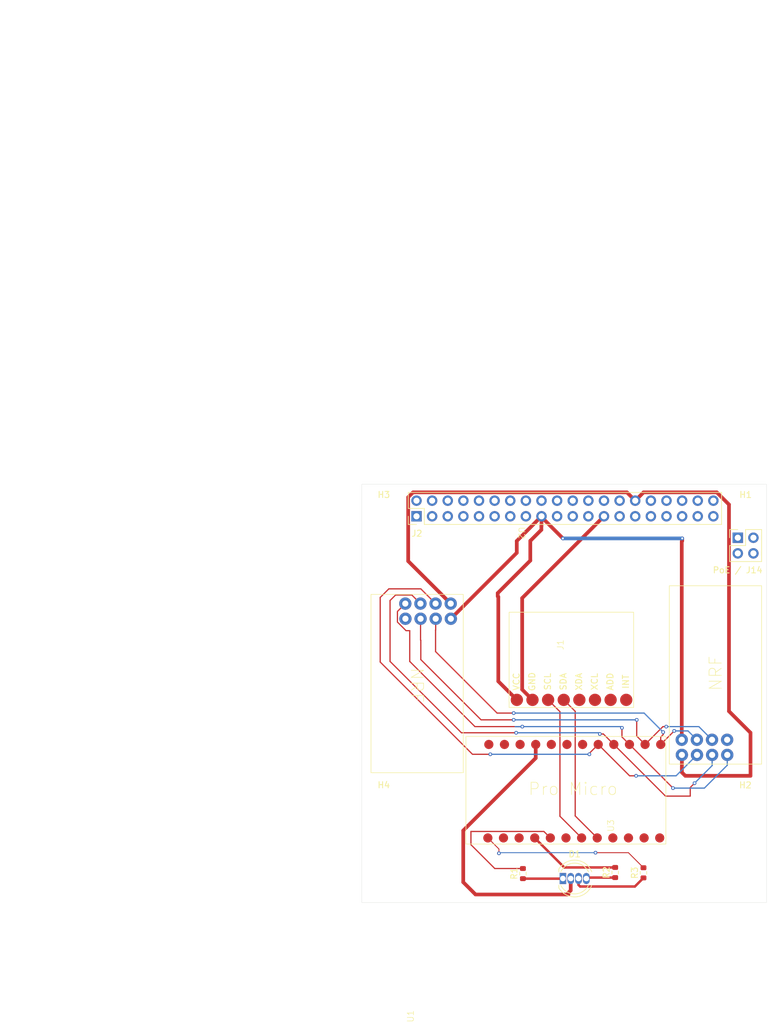
<source format=kicad_pcb>
(kicad_pcb (version 20240108) (generator "pcbnew") (generator_version "8.0")
  (title_block (rev "1"))
  (layers (0 "F.Cu" signal "Front") (1 "In1.Cu" signal) (2 "In2.Cu" signal) (31 "B.Cu" signal "Back") (34 "B.Paste" user) (35 "F.Paste" user) (36 "B.SilkS" user "B.Silkscreen") (37 "F.SilkS" user "F.Silkscreen") (38 "B.Mask" user) (39 "F.Mask" user) (44 "Edge.Cuts" user))
  (net 0 "")
  (net 1 "GND")
  (net 2 "+3.3V")
  (net 40 "GND2")
  (net 41 "Net-(D1-GK)")
  (net 42 "Net-(D1-BK)")
  (net 43 "Net-(D1-RK)")
  (net 44 "LED_PWR")
  (net 46 "SCL")
  (net 47 "SDA")
  (net 51 "LED_R")
  (net 52 "LED_G")
  (net 53 "LED_B")
  (net 56 "MOSI")
  (net 57 "SCK")
  (net 58 "CSN")
  (net 64 "CE")
  (net 67 "MISO")
  (footprint "Pin_Headers:Pin_Header_Straight_2x02_Pitch2.54mm" (layer "F.Cu") (at 175.65 79.8)
    (property "Reference" "PoE / J14" (at -0.02 5.26 0) (layer "F.SilkS"))
    (property "Value" "Pin_Header_Straight_2x02_Pitch2.54mm" (hide yes))
    (fp_line (start -1.33 -1.33) (end 0 -1.33) (stroke (width 0.12)) (layer "F.SilkS"))
    (fp_line (start -1.33 0) (end -1.33 -1.33) (stroke (width 0.12)) (layer "F.SilkS"))
    (fp_line (start -1.33 1.27) (end -1.33 3.87) (stroke (width 0.12)) (layer "F.SilkS"))
    (fp_line (start -1.33 1.27) (end 1.27 1.27) (stroke (width 0.12)) (layer "F.SilkS"))
    (fp_line (start -1.33 3.87) (end 3.87 3.87) (stroke (width 0.12)) (layer "F.SilkS"))
    (fp_line (start 1.27 -1.33) (end 3.87 -1.33) (stroke (width 0.12)) (layer "F.SilkS"))
    (fp_line (start 1.27 1.27) (end 1.27 -1.33) (stroke (width 0.12)) (layer "F.SilkS"))
    (fp_line (start 3.87 -1.33) (end 3.87 3.87) (stroke (width 0.12)) (layer "F.SilkS"))
    (pad "1" thru_hole rect (at 0 0) (size 1.7 1.7) (drill 1) (layers "*.Cu" "*.Mask"))
    (pad "2" thru_hole oval (at 2.54 0) (size 1.7 1.7) (drill 1) (layers "*.Cu" "*.Mask"))
    (pad "3" thru_hole oval (at 0 2.54) (size 1.7 1.7) (drill 1) (layers "*.Cu" "*.Mask"))
    (pad "4" thru_hole oval (at 2.54 2.54) (size 1.7 1.7) (drill 1) (layers "*.Cu" "*.Mask"))
  )
  (footprint "MountingHole:MountingHole_2.7mm" (layer "F.Cu") (at 118.11 74.93)
    (property "Reference" "H3" (at 0 -2.12 0) (layer "F.SilkS"))
    (property "Value" "MountingHole")
    (pad "" np_thru_hole circle (at 0 0) (size 2.7 2.7) (drill 2.7) (layers "*.Cu" "*.Mask"))
  )
  (footprint "Resistor_SMD:R_0603_1608Metric" (layer "F.Cu") (at 155.72 134.235 90)
    (property "Reference" "R2" (at 0 -1.43 -90) (layer "F.SilkS"))
    (property "Value" "220")
    (fp_line (start -0.237258 -0.5225) (end 0.237258 -0.5225) (stroke (width 0.12)) (layer "F.SilkS"))
    (fp_line (start -0.237258 0.5225) (end 0.237258 0.5225) (stroke (width 0.12)) (layer "F.SilkS"))
    (pad "1" smd roundrect (at -0.825 0 90) (size 0.8 0.95) (layers "F.Cu" "F.Paste" "F.Mask") (net 41 "Net-(D1-GK)"))
    (pad "2" smd roundrect (at 0.825 0 90) (size 0.8 0.95) (layers "F.Cu" "F.Paste" "F.Mask") (net 52 "LED_G"))
  )
  (footprint "Resistor_SMD:R_0603_1608Metric" (layer "F.Cu") (at 160.32 134.285 90)
    (property "Reference" "R3" (at 0 -1.43 -90) (layer "F.SilkS"))
    (property "Value" "220")
    (fp_line (start -0.237258 -0.5225) (end 0.237258 -0.5225) (stroke (width 0.12)) (layer "F.SilkS"))
    (fp_line (start -0.237258 0.5225) (end 0.237258 0.5225) (stroke (width 0.12)) (layer "F.SilkS"))
    (pad "1" smd roundrect (at -0.825 0 90) (size 0.8 0.95) (layers "F.Cu" "F.Paste" "F.Mask") (net 42 "Net-(D1-BK)"))
    (pad "2" smd roundrect (at 0.825 0 90) (size 0.8 0.95) (layers "F.Cu" "F.Paste" "F.Mask") (net 53 "LED_B"))
  )
  (footprint "Arduino:nRF24L01" (layer "F.Cu") (at 140.02 79.01 -90)
    (property "Reference" "U2" (at 0 -0.5 -90) (layer "F.SilkS") (effects (font (thickness 0.1))))
    (property "Value" "~")
    (fp_rect (start 10 9) (end 39 24) (stroke (width 0.1)) (fill none) (layer "F.SilkS"))
    (fp_text user "NRF" (at 21.8 17.7 -90) (layer "F.SilkS") (effects (font (size 2 2) (thickness 0.1)) (justify left bottom)))
    (pad "1" thru_hole circle (at 11.5 11.04 270) (size 2 2) (drill 1) (layers "*.Cu" "*.Mask") (net 40 "GND2"))
    (pad "2" thru_hole circle (at 11.5 13.5 270) (size 2 2) (drill 1) (layers "*.Cu" "*.Mask") (net 64 "CE"))
    (pad "3" thru_hole circle (at 11.5 15.96 270) (size 2 2) (drill 1) (layers "*.Cu" "*.Mask") (net 57 "SCK"))
    (pad "4" thru_hole circle (at 11.5 18.42 270) (size 2 2) (drill 1) (layers "*.Cu" "*.Mask") (net 67 "MISO"))
    (pad "5" thru_hole circle (at 13.96 11.02 270) (size 2 2) (drill 1) (layers "*.Cu" "*.Mask") (net 2 "+3.3V"))
    (pad "6" thru_hole circle (at 13.96 13.48 270) (size 2 2) (drill 1) (layers "*.Cu" "*.Mask") (net 58 "CSN"))
    (pad "7" thru_hole circle (at 13.96 15.94 270) (size 2 2) (drill 1) (layers "*.Cu" "*.Mask") (net 56 "MOSI"))
    (pad "8" thru_hole circle (at 13.96 18.4 270) (size 2 2) (drill 1) (layers "*.Cu" "*.Mask"))
  )
  (footprint "Arduino:nRF24L01" (layer "F.Cu") (at 155.52 126.61 90)
    (property "Reference" "U3" (at 0 -0.5 90) (layer "F.SilkS") (effects (font (thickness 0.1))))
    (property "Value" "~")
    (fp_rect (start 10 9) (end 39 24) (stroke (width 0.1)) (fill none) (layer "F.SilkS"))
    (fp_text user "NRF" (at 21.8 17.7 90) (layer "F.SilkS") (effects (font (size 2 2) (thickness 0.1)) (justify left bottom)))
    (pad "1" thru_hole circle (at 11.5 11.04 90) (size 2 2) (drill 1) (layers "*.Cu" "*.Mask") (net 40 "GND2"))
    (pad "2" thru_hole circle (at 11.5 13.5 90) (size 2 2) (drill 1) (layers "*.Cu" "*.Mask") (net 64 "CE"))
    (pad "3" thru_hole circle (at 11.5 15.96 90) (size 2 2) (drill 1) (layers "*.Cu" "*.Mask") (net 57 "SCK"))
    (pad "4" thru_hole circle (at 11.5 18.42 90) (size 2 2) (drill 1) (layers "*.Cu" "*.Mask") (net 67 "MISO"))
    (pad "5" thru_hole circle (at 13.96 11.02 90) (size 2 2) (drill 1) (layers "*.Cu" "*.Mask") (net 2 "+3.3V"))
    (pad "6" thru_hole circle (at 13.96 13.48 90) (size 2 2) (drill 1) (layers "*.Cu" "*.Mask") (net 58 "CSN"))
    (pad "7" thru_hole circle (at 13.96 15.94 90) (size 2 2) (drill 1) (layers "*.Cu" "*.Mask") (net 56 "MOSI"))
    (pad "8" thru_hole circle (at 13.96 18.4 90) (size 2 2) (drill 1) (layers "*.Cu" "*.Mask"))
  )
  (footprint "LED_THT:LED_D5.0mm-4_RGB" (layer "F.Cu") (at 147.22 135.21)
    (property "Reference" "D1" (at 1.905 -3.96 0) (layer "F.SilkS"))
    (property "Value" "LED_RABG")
    (fp_line (start -0.655 -1.545) (end -0.655 -1.08) (stroke (width 0.12)) (layer "F.SilkS"))
    (fp_line (start -0.655 1.08) (end -0.655 1.545) (stroke (width 0.12)) (layer "F.SilkS"))
    (fp_arc (start -0.655 -1.54483) (mid 2.163456 -2.978809) (end 4.692815 -1.080827) (stroke (width 0.12)) (layer "F.SilkS"))
    (fp_arc (start -0.349684 -1.08) (mid 1.904762 -2.5) (end 4.159479 -1.080429) (stroke (width 0.12)) (layer "F.SilkS"))
    (fp_arc (start 4.159479 1.080429) (mid 1.904762 2.5) (end -0.349684 1.08) (stroke (width 0.12)) (layer "F.SilkS"))
    (fp_arc (start 4.692815 1.080827) (mid 2.163456 2.978808) (end -0.655 1.54483) (stroke (width 0.12)) (layer "F.SilkS"))
    (pad "1" thru_hole rect (at 0 0) (size 1.07 1.8) (drill 0.9) (layers "*.Cu" "*.Mask") (net 43 "Net-(D1-RK)"))
    (pad "2" thru_hole oval (at 1.27 0) (size 1.07 1.8) (drill 0.9) (layers "*.Cu" "*.Mask") (net 44 "LED_PWR"))
    (pad "3" thru_hole oval (at 2.54 0) (size 1.07 1.8) (drill 0.9) (layers "*.Cu" "*.Mask") (net 42 "Net-(D1-BK)"))
    (pad "4" thru_hole oval (at 3.81 0) (size 1.07 1.8) (drill 0.9) (layers "*.Cu" "*.Mask") (net 41 "Net-(D1-GK)"))
  )
  (footprint "Resistor_SMD:R_0603_1608Metric" (layer "F.Cu") (at 140.72 134.41 90)
    (property "Reference" "R1" (at 0 -1.43 -90) (layer "F.SilkS"))
    (property "Value" "220")
    (fp_line (start -0.237258 -0.5225) (end 0.237258 -0.5225) (stroke (width 0.12)) (layer "F.SilkS"))
    (fp_line (start -0.237258 0.5225) (end 0.237258 0.5225) (stroke (width 0.12)) (layer "F.SilkS"))
    (pad "1" smd roundrect (at -0.825 0 90) (size 0.8 0.95) (layers "F.Cu" "F.Paste" "F.Mask") (net 43 "Net-(D1-RK)"))
    (pad "2" smd roundrect (at 0.825 0 90) (size 0.8 0.95) (layers "F.Cu" "F.Paste" "F.Mask") (net 51 "LED_R"))
  )
  (footprint "Arduino:Pro Micro" (layer "F.Cu") (at 122.96 157.61 90)
    (property "Reference" "U1" (at 0 -0.5 90) (layer "F.SilkS") (effects (font (thickness 0.1))))
    (property "Value" "~")
    (fp_rect (start 28 8.5) (end 45.5 41) (stroke (width 0.1)) (fill none) (layer "F.SilkS"))
    (fp_text user "Pro Micro" (at 35.8 18.55 0) (layer "F.SilkS") (effects (font (size 2 2) (thickness 0.1)) (justify left bottom)))
    (pad "1" smd circle (at 29 40 90) (size 1.5 1.5) (layers "F.Cu" "F.Paste" "F.Mask"))
    (pad "2" smd circle (at 29 37.46 90) (size 1.5 1.5) (layers "F.Cu" "F.Paste" "F.Mask"))
    (pad "3" smd circle (at 29 34.92 90) (size 1.5 1.5) (layers "F.Cu" "F.Paste" "F.Mask"))
    (pad "4" smd circle (at 29 32.38 90) (size 1.5 1.5) (layers "F.Cu" "F.Paste" "F.Mask"))
    (pad "5" smd circle (at 29 29.84 90) (size 1.5 1.5) (layers "F.Cu" "F.Paste" "F.Mask") (net 47 "SDA"))
    (pad "6" smd circle (at 29 27.3 90) (size 1.5 1.5) (layers "F.Cu" "F.Paste" "F.Mask") (net 46 "SCL"))
    (pad "7" smd circle (at 29 24.76 90) (size 1.5 1.5) (layers "F.Cu" "F.Paste" "F.Mask"))
    (pad "8" smd circle (at 29 22.22 90) (size 1.5 1.5) (layers "F.Cu" "F.Paste" "F.Mask") (net 51 "LED_R"))
    (pad "9" smd circle (at 29 19.68 90) (size 1.5 1.5) (layers "F.Cu" "F.Paste" "F.Mask") (net 52 "LED_G"))
    (pad "10" smd circle (at 29 17.14 90) (size 1.5 1.5) (layers "F.Cu" "F.Paste" "F.Mask"))
    (pad "11" smd circle (at 29 14.6 90) (size 1.5 1.5) (layers "F.Cu" "F.Paste" "F.Mask"))
    (pad "12" smd circle (at 29 12.06 90) (size 1.5 1.5) (layers "F.Cu" "F.Paste" "F.Mask") (net 53 "LED_B"))
    (pad "13" smd circle (at 44.2 12.22 90) (size 1.5 1.5) (layers "F.Cu" "F.Paste" "F.Mask"))
    (pad "14" smd circle (at 44.2 14.76 90) (size 1.5 1.5) (layers "F.Cu" "F.Paste" "F.Mask"))
    (pad "15" smd circle (at 44.2 17.3 90) (size 1.5 1.5) (layers "F.Cu" "F.Paste" "F.Mask"))
    (pad "16" smd circle (at 44.2 19.84 90) (size 1.5 1.5) (layers "F.Cu" "F.Paste" "F.Mask") (net 44 "LED_PWR"))
    (pad "17" smd circle (at 44.2 22.38 90) (size 1.5 1.5) (layers "F.Cu" "F.Paste" "F.Mask"))
    (pad "18" smd circle (at 44.2 24.92 90) (size 1.5 1.5) (layers "F.Cu" "F.Paste" "F.Mask"))
    (pad "19" smd circle (at 44.2 27.46 90) (size 1.5 1.5) (layers "F.Cu" "F.Paste" "F.Mask"))
    (pad "20" smd circle (at 44.2 30 90) (size 1.5 1.5) (layers "F.Cu" "F.Paste" "F.Mask") (net 64 "CE"))
    (pad "21" smd circle (at 44.2 32.54 90) (size 1.5 1.5) (layers "F.Cu" "F.Paste" "F.Mask") (net 57 "SCK"))
    (pad "22" smd circle (at 44.2 35.08 90) (size 1.5 1.5) (layers "F.Cu" "F.Paste" "F.Mask") (net 67 "MISO"))
    (pad "23" smd circle (at 44.2 37.62 90) (size 1.5 1.5) (layers "F.Cu" "F.Paste" "F.Mask") (net 56 "MOSI"))
    (pad "24" smd circle (at 44.2 40.16 90) (size 1.5 1.5) (layers "F.Cu" "F.Paste" "F.Mask") (net 58 "CSN"))
  )
  (footprint "MountingHole:MountingHole_2.7mm" (layer "F.Cu") (at 176.88 123.73)
    (property "Reference" "H2" (at 0 -3.7 0) (layer "F.SilkS"))
    (property "Value" "MountingHole")
    (pad "" np_thru_hole circle (at 0 0) (size 2.7 2.7) (drill 2.7) (layers "*.Cu" "*.Mask"))
  )
  (footprint "MountingHole:MountingHole_2.7mm" (layer "F.Cu") (at 176.89 74.94)
    (property "Reference" "H1" (at 0.03 -2.13 0) (layer "F.SilkS"))
    (property "Value" "MountingHole")
    (pad "" np_thru_hole circle (at 0 0) (size 2.7 2.7) (drill 2.7) (layers "*.Cu" "*.Mask"))
  )
  (footprint "MountingHole:MountingHole_2.7mm" (layer "F.Cu") (at 118.1 123.71)
    (property "Reference" "H4" (at 0 -3.7 0) (layer "F.SilkS"))
    (property "Value" "MountingHole")
    (pad "" np_thru_hole circle (at 0 0) (size 2.7 2.7) (drill 2.7) (layers "*.Cu" "*.Mask"))
  )
  (footprint "Arduino:Pin_Header_Straight_2x20_Pitch2.54mm" (layer "F.Cu") (at 123.42 76.31 90)
    (property "Reference" "J2" (at -2.8 0.07 0) (layer "F.SilkS"))
    (property "Value" "Conn_02x20_Odd_Even")
    (fp_line (start 3.87 -1.33) (end 3.87 49.59) (stroke (width 0.12)) (layer "F.SilkS"))
    (fp_line (start 1.27 -1.33) (end 3.87 -1.33) (stroke (width 0.12)) (layer "F.SilkS"))
    (fp_line (start -1.33 -1.33) (end 0 -1.33) (stroke (width 0.12)) (layer "F.SilkS"))
    (fp_line (start -1.33 0) (end -1.33 -1.33) (stroke (width 0.12)) (layer "F.SilkS"))
    (fp_line (start 1.27 1.27) (end 1.27 -1.33) (stroke (width 0.12)) (layer "F.SilkS"))
    (fp_line (start -1.33 1.27) (end 1.27 1.27) (stroke (width 0.12)) (layer "F.SilkS"))
    (fp_line (start -1.33 1.27) (end -1.33 49.59) (stroke (width 0.12)) (layer "F.SilkS"))
    (fp_line (start -1.33 49.59) (end 3.87 49.59) (stroke (width 0.12)) (layer "F.SilkS"))
    (pad "1" thru_hole rect (at 0 0 90) (size 1.7 1.7) (drill 1) (layers "*.Cu" "*.Mask"))
    (pad "2" thru_hole oval (at 2.54 0 90) (size 1.7 1.7) (drill 1) (layers "*.Cu" "*.Mask"))
    (pad "3" thru_hole oval (at 0 2.54 90) (size 1.7 1.7) (drill 1) (layers "*.Cu" "*.Mask"))
    (pad "4" thru_hole oval (at 2.54 2.54 90) (size 1.7 1.7) (drill 1) (layers "*.Cu" "*.Mask"))
    (pad "5" thru_hole oval (at 0 5.08 90) (size 1.7 1.7) (drill 1) (layers "*.Cu" "*.Mask"))
    (pad "6" thru_hole oval (at 2.54 5.08 90) (size 1.7 1.7) (drill 1) (layers "*.Cu" "*.Mask"))
    (pad "7" thru_hole oval (at 0 7.62 90) (size 1.7 1.7) (drill 1) (layers "*.Cu" "*.Mask"))
    (pad "8" thru_hole oval (at 2.54 7.62 90) (size 1.7 1.7) (drill 1) (layers "*.Cu" "*.Mask"))
    (pad "9" thru_hole oval (at 0 10.16 90) (size 1.7 1.7) (drill 1) (layers "*.Cu" "*.Mask"))
    (pad "10" thru_hole oval (at 2.54 10.16 90) (size 1.7 1.7) (drill 1) (layers "*.Cu" "*.Mask"))
    (pad "11" thru_hole oval (at 0 12.7 90) (size 1.7 1.7) (drill 1) (layers "*.Cu" "*.Mask"))
    (pad "12" thru_hole oval (at 2.54 12.7 90) (size 1.7 1.7) (drill 1) (layers "*.Cu" "*.Mask"))
    (pad "13" thru_hole oval (at 0 15.24 90) (size 1.7 1.7) (drill 1) (layers "*.Cu" "*.Mask"))
    (pad "14" thru_hole oval (at 2.54 15.24 90) (size 1.7 1.7) (drill 1) (layers "*.Cu" "*.Mask"))
    (pad "15" thru_hole oval (at 0 17.78 90) (size 1.7 1.7) (drill 1) (layers "*.Cu" "*.Mask"))
    (pad "16" thru_hole oval (at 2.54 17.78 90) (size 1.7 1.7) (drill 1) (layers "*.Cu" "*.Mask"))
    (pad "17" thru_hole oval (at 0 20.32 90) (size 1.7 1.7) (drill 1) (layers "*.Cu" "*.Mask") (net 2 "+3.3V"))
    (pad "18" thru_hole oval (at 2.54 20.32 90) (size 1.7 1.7) (drill 1) (layers "*.Cu" "*.Mask"))
    (pad "19" thru_hole oval (at 0 22.86 90) (size 1.7 1.7) (drill 1) (layers "*.Cu" "*.Mask"))
    (pad "20" thru_hole oval (at 2.54 22.86 90) (size 1.7 1.7) (drill 1) (layers "*.Cu" "*.Mask"))
    (pad "21" thru_hole oval (at 0 25.4 90) (size 1.7 1.7) (drill 1) (layers "*.Cu" "*.Mask"))
    (pad "22" thru_hole oval (at 2.54 25.4 90) (size 1.7 1.7) (drill 1) (layers "*.Cu" "*.Mask"))
    (pad "23" thru_hole oval (at 0 27.94 90) (size 1.7 1.7) (drill 1) (layers "*.Cu" "*.Mask"))
    (pad "24" thru_hole oval (at 2.54 27.94 90) (size 1.7 1.7) (drill 1) (layers "*.Cu" "*.Mask"))
    (pad "25" thru_hole oval (at 0 30.48 90) (size 1.7 1.7) (drill 1) (layers "*.Cu" "*.Mask") (net 1 "GND"))
    (pad "26" thru_hole oval (at 2.54 30.48 90) (size 1.7 1.7) (drill 1) (layers "*.Cu" "*.Mask"))
    (pad "27" thru_hole oval (at 0 33.02 90) (size 1.7 1.7) (drill 1) (layers "*.Cu" "*.Mask"))
    (pad "28" thru_hole oval (at 2.54 33.02 90) (size 1.7 1.7) (drill 1) (layers "*.Cu" "*.Mask"))
    (pad "29" thru_hole oval (at 0 35.56 90) (size 1.7 1.7) (drill 1) (layers "*.Cu" "*.Mask"))
    (pad "30" thru_hole oval (at 2.54 35.56 90) (size 1.7 1.7) (drill 1) (layers "*.Cu" "*.Mask") (net 40 "GND2"))
    (pad "31" thru_hole oval (at 0 38.1 90) (size 1.7 1.7) (drill 1) (layers "*.Cu" "*.Mask"))
    (pad "32" thru_hole oval (at 2.54 38.1 90) (size 1.7 1.7) (drill 1) (layers "*.Cu" "*.Mask"))
    (pad "33" thru_hole oval (at 0 40.64 90) (size 1.7 1.7) (drill 1) (layers "*.Cu" "*.Mask"))
    (pad "34" thru_hole oval (at 2.54 40.64 90) (size 1.7 1.7) (drill 1) (layers "*.Cu" "*.Mask"))
    (pad "35" thru_hole oval (at 0 43.18 90) (size 1.7 1.7) (drill 1) (layers "*.Cu" "*.Mask"))
    (pad "36" thru_hole oval (at 2.54 43.18 90) (size 1.7 1.7) (drill 1) (layers "*.Cu" "*.Mask"))
    (pad "37" thru_hole oval (at 0 45.72 90) (size 1.7 1.7) (drill 1) (layers "*.Cu" "*.Mask"))
    (pad "38" thru_hole oval (at 2.54 45.72 90) (size 1.7 1.7) (drill 1) (layers "*.Cu" "*.Mask"))
    (pad "39" thru_hole oval (at 0 48.26 90) (size 1.7 1.7) (drill 1) (layers "*.Cu" "*.Mask"))
    (pad "40" thru_hole oval (at 2.54 48.26 90) (size 1.7 1.7) (drill 1) (layers "*.Cu" "*.Mask"))
  )
  (footprint "Arduino:MPU6050" (layer "F.Cu") (at 147.32 97.21 90)
    (property "Reference" "J1" (at 0 -0.5 90) (layer "F.SilkS") (effects (font (thickness 0.1))))
    (property "Value" "MPU6050")
    (fp_rect (start -10.2 -8.85) (end 5.3 11.4) (stroke (width 0.1)) (fill none) (layer "F.SilkS"))
    (fp_text user "INT" (at -5.99 10.125 -90) (layer "F.SilkS"))
    (fp_text user "GND" (at -5.99 -5.115 -90) (layer "F.SilkS"))
    (fp_text user "VCC" (at -5.99 -7.655 -90) (layer "F.SilkS"))
    (fp_text user "SDA" (at -5.99 -0.035 -90) (layer "F.SilkS"))
    (fp_text user "XCL" (at -5.99 5.045 -90) (layer "F.SilkS"))
    (fp_text user "SCL" (at -5.99 -2.575 -90) (layer "F.SilkS"))
    (fp_text user "XDA" (at -5.99 2.505 -90) (layer "F.SilkS"))
    (fp_text user "ADD" (at -5.99 7.585 -90) (layer "F.SilkS"))
    (pad "1" smd circle (at -8.95 -7.585 270) (size 2 2) (layers "F.Cu" "F.Paste" "F.Mask") (net 2 "+3.3V"))
    (pad "2" smd circle (at -8.95 -5.045 270) (size 2 2) (layers "F.Cu" "F.Paste" "F.Mask") (net 1 "GND"))
    (pad "3" smd circle (at -8.95 -2.505 270) (size 2 2) (layers "F.Cu" "F.Paste" "F.Mask") (net 46 "SCL"))
    (pad "4" smd circle (at -8.95 0.035 270) (size 2 2) (layers "F.Cu" "F.Paste" "F.Mask") (net 47 "SDA"))
    (pad "5" smd circle (at -8.95 2.575 270) (size 2 2) (layers "F.Cu" "F.Paste" "F.Mask"))
    (pad "6" smd circle (at -8.95 5.115 270) (size 2 2) (layers "F.Cu" "F.Paste" "F.Mask"))
    (pad "7" smd circle (at -8.95 7.655 270) (size 2 2) (layers "F.Cu" "F.Paste" "F.Mask"))
    (pad "8" smd circle (at -8.95 10.195 270) (size 2 2) (layers "F.Cu" "F.Paste" "F.Mask"))
  )
  (gr_rect (start 114.52 71.11) (end 180.32 139.11) (stroke (width 0.0381)) (fill none) (layer "Edge.Cuts"))
  (segment (start 140.6 89.61) (end 140.6 104.485) (width 0.6) (layer "F.Cu") (net 1))
  (segment (start 140.6 104.485) (end 142.275 106.16) (width 0.6) (layer "F.Cu") (net 1))
  (segment (start 153.9 76.31) (end 140.6 89.61) (width 0.6) (layer "F.Cu") (net 1))
  (segment (start 136.62 89.31) (end 136.62 88.81) (width 0.6) (layer "F.Cu") (net 2))
  (segment (start 129 92.97) (end 139.72 82.25) (width 0.6) (layer "F.Cu") (net 2))
  (segment (start 139.72 82.25) (end 139.72 80.33) (width 0.6) (layer "F.Cu") (net 2))
  (segment (start 166.62 80.31) (end 166.54 80.39) (width 0.6) (layer "F.Cu") (net 2))
  (segment (start 143.74 76.31) (end 143.74 76.63) (width 0.6) (layer "F.Cu") (net 2))
  (segment (start 143.72 78.51) (end 143.72 77.91) (width 0.6) (layer "F.Cu") (net 2))
  (segment (start 143.72 77.91) (end 143.74 77.89) (width 0.6) (layer "F.Cu") (net 2))
  (segment (start 139.72 80.33) (end 143.74 76.31) (width 0.6) (layer "F.Cu") (net 2))
  (segment (start 143.74 76.43) (end 147.22 79.91) (width 0.6) (layer "F.Cu") (net 2))
  (segment (start 141.92 83.51) (end 141.92 80.31) (width 0.6) (layer "F.Cu") (net 2))
  (segment (start 166.62 79.91) (end 166.62 80.31) (width 0.6) (layer "F.Cu") (net 2))
  (segment (start 136.62 88.81) (end 141.92 83.51) (width 0.6) (layer "F.Cu") (net 2))
  (segment (start 143.74 76.31) (end 143.74 76.43) (width 0.6) (layer "F.Cu") (net 2))
  (segment (start 136.72 89.41) (end 136.62 89.31) (width 0.6) (layer "F.Cu") (net 2))
  (segment (start 143.74 77.89) (end 143.74 76.31) (width 0.6) (layer "F.Cu") (net 2))
  (segment (start 136.72 103.145) (end 136.72 89.41) (width 0.6) (layer "F.Cu") (net 2))
  (segment (start 166.54 80.39) (end 166.54 112.65) (width 0.6) (layer "F.Cu") (net 2))
  (segment (start 139.735 106.16) (end 136.72 103.145) (width 0.6) (layer "F.Cu") (net 2))
  (segment (start 141.92 80.31) (end 143.72 78.51) (width 0.6) (layer "F.Cu") (net 2))
  (via (at 166.62 79.91) (size 0.6) (drill 0.3) (layers "F.Cu" "B.Cu") (net 2))
  (via (at 147.22 79.91) (size 0.6) (drill 0.3) (layers "F.Cu" "B.Cu") (net 2))
  (segment (start 147.22 79.91) (end 166.62 79.91) (width 0.6) (layer "B.Cu") (net 2))
  (segment (start 122.07 73.210811) (end 122.07 83.6) (width 0.6) (layer "F.Cu") (net 40))
  (segment (start 174.22 74.400811) (end 174.22 108.01) (width 0.6) (layer "F.Cu") (net 40))
  (segment (start 172.239189 72.42) (end 174.22 74.400811) (width 0.6) (layer "F.Cu") (net 40))
  (segment (start 158.98 73.77) (end 157.63 72.42) (width 0.6) (layer "F.Cu") (net 40))
  (segment (start 166.56 117.95) (end 166.56 115.11) (width 0.6) (layer "F.Cu") (net 40))
  (segment (start 158.98 73.77) (end 160.33 72.42) (width 0.6) (layer "F.Cu") (net 40))
  (segment (start 157.63 72.42) (end 122.860811 72.42) (width 0.6) (layer "F.Cu") (net 40))
  (segment (start 177.72 111.51) (end 177.72 118.51) (width 0.6) (layer "F.Cu") (net 40))
  (segment (start 177.72 118.51) (end 167.12 118.51) (width 0.6) (layer "F.Cu") (net 40))
  (segment (start 122.860811 72.42) (end 122.07 73.210811) (width 0.6) (layer "F.Cu") (net 40))
  (segment (start 167.12 118.51) (end 166.56 117.95) (width 0.6) (layer "F.Cu") (net 40))
  (segment (start 160.33 72.42) (end 172.239189 72.42) (width 0.6) (layer "F.Cu") (net 40))
  (segment (start 122.07 83.6) (end 128.98 90.51) (width 0.6) (layer "F.Cu") (net 40))
  (segment (start 174.22 108.01) (end 177.72 111.51) (width 0.6) (layer "F.Cu") (net 40))
  (segment (start 151.18 135.06) (end 151.03 135.21) (width 0.4) (layer "F.Cu") (net 41))
  (segment (start 151.03 135.21) (end 151.03 135.575) (width 0.15) (layer "F.Cu") (net 41))
  (segment (start 155.72 135.06) (end 151.18 135.06) (width 0.4) (layer "F.Cu") (net 41))
  (segment (start 150.02 136.51) (end 149.76 136.25) (width 0.4) (layer "F.Cu") (net 42))
  (segment (start 160.32 135.11) (end 158.92 136.51) (width 0.4) (layer "F.Cu") (net 42))
  (segment (start 149.76 136.25) (end 149.76 135.21) (width 0.4) (layer "F.Cu") (net 42))
  (segment (start 158.92 136.51) (end 150.02 136.51) (width 0.4) (layer "F.Cu") (net 42))
  (segment (start 147.195 135.235) (end 147.22 135.21) (width 0.4) (layer "F.Cu") (net 43))
  (segment (start 140.72 135.235) (end 147.195 135.235) (width 0.4) (layer "F.Cu") (net 43))
  (segment (start 131.02 135.81) (end 133.02 137.81) (width 0.6) (layer "F.Cu") (net 44))
  (segment (start 148.12 137.81) (end 148.12 137.51) (width 0.6) (layer "F.Cu") (net 44))
  (segment (start 148.12 137.51) (end 148.49 137.14) (width 0.6) (layer "F.Cu") (net 44))
  (segment (start 133.02 137.81) (end 148.12 137.81) (width 0.6) (layer "F.Cu") (net 44))
  (segment (start 131.02 127.41) (end 131.02 135.81) (width 0.6) (layer "F.Cu") (net 44))
  (segment (start 131.02 127.41) (end 142.8 115.63) (width 0.6) (layer "F.Cu") (net 44))
  (segment (start 148.49 137.14) (end 148.49 135.21) (width 0.6) (layer "F.Cu") (net 44))
  (segment (start 142.8 115.63) (end 142.8 113.41) (width 0.6) (layer "F.Cu") (net 44))
  (segment (start 146.74 108.085) (end 146.74 125.09) (width 0.2) (layer "F.Cu") (net 46))
  (segment (start 146.74 125.09) (end 150.26 128.61) (width 0.2) (layer "F.Cu") (net 46))
  (segment (start 144.815 106.16) (end 146.74 108.085) (width 0.2) (layer "F.Cu") (net 46))
  (segment (start 149.22 108.025) (end 147.355 106.16) (width 0.2) (layer "F.Cu") (net 47))
  (segment (start 152.8 128.61) (end 149.22 125.03) (width 0.2) (layer "F.Cu") (net 47))
  (segment (start 149.22 125.03) (end 149.22 108.025) (width 0.2) (layer "F.Cu") (net 47))
  (segment (start 144.13 127.56) (end 132.27 127.56) (width 0.2) (layer "F.Cu") (net 51))
  (segment (start 132.27 127.56) (end 132.27 129.71) (width 0.2) (layer "F.Cu") (net 51))
  (segment (start 132.27 129.71) (end 136.145 133.585) (width 0.2) (layer "F.Cu") (net 51))
  (segment (start 136.145 133.585) (end 140.72 133.585) (width 0.2) (layer "F.Cu") (net 51))
  (segment (start 145.18 128.61) (end 144.13 127.56) (width 0.2) (layer "F.Cu") (net 51))
  (segment (start 155.72 133.41) (end 147.44 133.41) (width 0.4) (layer "F.Cu") (net 52))
  (segment (start 147.44 133.41) (end 142.64 128.61) (width 0.4) (layer "F.Cu") (net 52))
  (segment (start 136.82 130.41) (end 135.02 128.61) (width 0.15) (layer "F.Cu") (net 53))
  (segment (start 136.82 131.11) (end 136.82 130.41) (width 0.15) (layer "F.Cu") (net 53))
  (segment (start 157.87 131.01) (end 152.52 131.01) (width 0.15) (layer "F.Cu") (net 53))
  (segment (start 160.32 133.46) (end 157.87 131.01) (width 0.15) (layer "F.Cu") (net 53))
  (via (at 152.52 131.01) (size 0.6) (drill 0.3) (layers "F.Cu" "B.Cu") (net 53))
  (via (at 136.82 131.11) (size 0.6) (drill 0.3) (layers "F.Cu" "B.Cu") (net 53))
  (segment (start 136.92 131.01) (end 136.82 131.11) (width 0.15) (layer "B.Cu") (net 53))
  (segment (start 152.52 131.01) (end 136.92 131.01) (width 0.15) (layer "B.Cu") (net 53))
  (segment (start 124.12 96.475686) (end 124.12 99.61) (width 0.2) (layer "F.Cu") (net 56))
  (segment (start 124.08 96.435686) (end 124.12 96.475686) (width 0.2) (layer "F.Cu") (net 56))
  (segment (start 124.12 99.61) (end 133.92 109.41) (width 0.2) (layer "F.Cu") (net 56))
  (segment (start 163.48 110.51) (end 164.02 110.51) (width 0.2) (layer "F.Cu") (net 56))
  (segment (start 160.58 113.41) (end 163.48 110.51) (width 0.2) (layer "F.Cu") (net 56))
  (segment (start 159.22 109.41) (end 159.22 112.05) (width 0.2) (layer "F.Cu") (net 56))
  (segment (start 124.08 92.97) (end 124.08 96.435686) (width 0.2) (layer "F.Cu") (net 56))
  (segment (start 133.92 109.41) (end 139.22 109.41) (width 0.2) (layer "F.Cu") (net 56))
  (segment (start 159.22 112.05) (end 160.58 113.41) (width 0.2) (layer "F.Cu") (net 56))
  (via (at 164.02 110.51) (size 0.6) (drill 0.3) (layers "F.Cu" "B.Cu") (net 56))
  (via (at 159.22 109.41) (size 0.6) (drill 0.3) (layers "F.Cu" "B.Cu") (net 56))
  (via (at 139.22 109.41) (size 0.6) (drill 0.3) (layers "F.Cu" "B.Cu") (net 56))
  (segment (start 164.02 110.51) (end 169.32 110.51) (width 0.2) (layer "B.Cu") (net 56))
  (segment (start 169.32 110.51) (end 171.46 112.65) (width 0.2) (layer "B.Cu") (net 56))
  (segment (start 139.22 109.41) (end 159.22 109.41) (width 0.2) (layer "B.Cu") (net 56))
  (segment (start 153.22 111.71) (end 153.8 111.71) (width 0.2) (layer "F.Cu") (net 57))
  (segment (start 167.92 121.81) (end 167.92 120.41) (width 0.2) (layer "F.Cu") (net 57))
  (segment (start 119.12 99.91) (end 130.72 111.51) (width 0.2) (layer "F.Cu") (net 57))
  (segment (start 153.8 111.71) (end 155.5 113.41) (width 0.2) (layer "F.Cu") (net 57))
  (segment (start 124.06 90.51) (end 122.66 89.11) (width 0.2) (layer "F.Cu") (net 57))
  (segment (start 130.72 111.51) (end 139.62 111.51) (width 0.2) (layer "F.Cu") (net 57))
  (segment (start 119.12 90.01) (end 119.12 99.91) (width 0.2) (layer "F.Cu") (net 57))
  (segment (start 122.66 89.11) (end 120.02 89.11) (width 0.2) (layer "F.Cu") (net 57))
  (segment (start 163.9 121.81) (end 167.92 121.81) (width 0.2) (layer "F.Cu") (net 57))
  (segment (start 155.5 113.41) (end 163.9 121.81) (width 0.2) (layer "F.Cu") (net 57))
  (segment (start 120.02 89.11) (end 119.12 90.01) (width 0.2) (layer "F.Cu") (net 57))
  (segment (start 167.92 120.41) (end 168.62 119.71) (width 0.2) (layer "F.Cu") (net 57))
  (via (at 168.62 119.71) (size 0.6) (drill 0.3) (layers "F.Cu" "B.Cu") (net 57))
  (via (at 153.22 111.71) (size 0.6) (drill 0.3) (layers "F.Cu" "B.Cu") (net 57))
  (via (at 139.62 111.51) (size 0.6) (drill 0.3) (layers "F.Cu" "B.Cu") (net 57))
  (segment (start 153.02 111.51) (end 153.22 111.71) (width 0.2) (layer "B.Cu") (net 57))
  (segment (start 139.62 111.51) (end 153.02 111.51) (width 0.2) (layer "B.Cu") (net 57))
  (segment (start 171.48 116.85) (end 171.48 115.11) (width 0.2) (layer "B.Cu") (net 57))
  (segment (start 168.62 119.71) (end 171.48 116.85) (width 0.2) (layer "B.Cu") (net 57))
  (segment (start 126.52 98.31) (end 136.52 108.31) (width 0.2) (layer "F.Cu") (net 58))
  (segment (start 163.12 112.21) (end 163.12 113.41) (width 0.2) (layer "F.Cu") (net 58))
  (segment (start 136.52 108.31) (end 139.22 108.31) (width 0.2) (layer "F.Cu") (net 58))
  (segment (start 126.52 94.823478) (end 126.52 98.31) (width 0.2) (layer "F.Cu") (net 58))
  (segment (start 163.52 111.81) (end 163.12 112.21) (width 0.2) (layer "F.Cu") (net 58))
  (segment (start 163.52 111.41) (end 163.52 111.81) (width 0.2) (layer "F.Cu") (net 58))
  (segment (start 163.12 113.41) (end 165.32 111.21) (width 0.2) (layer "F.Cu") (net 58))
  (segment (start 126.54 92.97) (end 126.54 94.803478) (width 0.2) (layer "F.Cu") (net 58))
  (segment (start 126.54 94.803478) (end 126.52 94.823478) (width 0.2) (layer "F.Cu") (net 58))
  (via (at 139.22 108.31) (size 0.6) (drill 0.3) (layers "F.Cu" "B.Cu") (net 58))
  (via (at 163.52 111.41) (size 0.6) (drill 0.3) (layers "F.Cu" "B.Cu") (net 58))
  (via (at 165.32 111.21) (size 0.6) (drill 0.3) (layers "F.Cu" "B.Cu") (net 58))
  (segment (start 165.32 111.21) (end 167.56 111.21) (width 0.2) (layer "B.Cu") (net 58))
  (segment (start 139.22 108.31) (end 160.42 108.31) (width 0.2) (layer "B.Cu") (net 58))
  (segment (start 160.42 108.31) (end 163.52 111.41) (width 0.2) (layer "B.Cu") (net 58))
  (segment (start 167.56 111.21) (end 169 112.65) (width 0.2) (layer "B.Cu") (net 58))
  (segment (start 117.52 89.51) (end 117.52 100.01) (width 0.2) (layer "F.Cu") (net 64))
  (segment (start 151.52 114.85) (end 152.96 113.41) (width 0.2) (layer "F.Cu") (net 64))
  (segment (start 126.52 90.51) (end 124.12 88.11) (width 0.2) (layer "F.Cu") (net 64))
  (segment (start 124.12 88.11) (end 118.92 88.11) (width 0.2) (layer "F.Cu") (net 64))
  (segment (start 118.92 88.11) (end 117.52 89.51) (width 0.2) (layer "F.Cu") (net 64))
  (segment (start 152.96 113.41) (end 158.06 118.51) (width 0.2) (layer "F.Cu") (net 64))
  (segment (start 117.52 100.01) (end 132.52 115.01) (width 0.2) (layer "F.Cu") (net 64))
  (segment (start 151.52 115.01) (end 151.52 114.85) (width 0.2) (layer "F.Cu") (net 64))
  (segment (start 158.06 118.51) (end 159.12 118.51) (width 0.2) (layer "F.Cu") (net 64))
  (segment (start 132.52 115.01) (end 135.42 115.01) (width 0.2) (layer "F.Cu") (net 64))
  (via (at 151.52 115.01) (size 0.6) (drill 0.3) (layers "F.Cu" "B.Cu") (net 64))
  (via (at 159.12 118.51) (size 0.6) (drill 0.3) (layers "F.Cu" "B.Cu") (net 64))
  (via (at 135.42 115.01) (size 0.6) (drill 0.3) (layers "F.Cu" "B.Cu") (net 64))
  (segment (start 135.42 115.01) (end 151.52 115.01) (width 0.2) (layer "B.Cu") (net 64))
  (segment (start 165.62 118.51) (end 169.02 115.11) (width 0.2) (layer "B.Cu") (net 64))
  (segment (start 159.12 118.51) (end 165.62 118.51) (width 0.2) (layer "B.Cu") (net 64))
  (segment (start 156.82 112.19) (end 158.04 113.41) (width 0.2) (layer "F.Cu") (net 67))
  (segment (start 120.32 93.508478) (end 121.721522 94.91) (width 0.2) (layer "F.Cu") (net 67))
  (segment (start 122.32 94.91) (end 122.32 99.91) (width 0.2) (layer "F.Cu") (net 67))
  (segment (start 121.6 90.51) (end 120.32 91.79) (width 0.2) (layer "F.Cu") (net 67))
  (segment (start 122.32 99.91) (end 122.42 100.01) (width 0.2) (layer "F.Cu") (net 67))
  (segment (start 120.32 91.79) (end 120.32 93.508478) (width 0.2) (layer "F.Cu") (net 67))
  (segment (start 163.74 119.13) (end 165.12 120.51) (width 0.2) (layer "F.Cu") (net 67))
  (segment (start 163.74 119.11) (end 163.74 119.13) (width 0.2) (layer "F.Cu") (net 67))
  (segment (start 156.82 110.71) (end 156.82 112.19) (width 0.2) (layer "F.Cu") (net 67))
  (segment (start 122.42 100.01) (end 132.92 110.51) (width 0.2) (layer "F.Cu") (net 67))
  (segment (start 132.92 110.51) (end 140.62 110.51) (width 0.2) (layer "F.Cu") (net 67))
  (segment (start 158.04 113.41) (end 163.74 119.11) (width 0.2) (layer "F.Cu") (net 67))
  (segment (start 121.721522 94.91) (end 122.32 94.91) (width 0.2) (layer "F.Cu") (net 67))
  (via (at 165.12 120.51) (size 0.6) (drill 0.3) (layers "F.Cu" "B.Cu") (net 67))
  (via (at 140.62 110.51) (size 0.6) (drill 0.3) (layers "F.Cu" "B.Cu") (net 67))
  (via (at 156.82 110.71) (size 0.6) (drill 0.3) (layers "F.Cu" "B.Cu") (net 67))
  (segment (start 173.94 116.79) (end 173.94 115.11) (width 0.2) (layer "B.Cu") (net 67))
  (segment (start 165.12 120.51) (end 170.22 120.51) (width 0.2) (layer "B.Cu") (net 67))
  (segment (start 170.22 120.51) (end 173.94 116.79) (width 0.2) (layer "B.Cu") (net 67))
  (segment (start 140.62 110.51) (end 139.471471 110.51) (width 0.2) (layer "B.Cu") (net 67))
  (segment (start 139.471471 110.51) (end 156.62 110.51) (width 0.2) (layer "B.Cu") (net 67))
  (segment (start 156.62 110.51) (end 156.82 110.71) (width 0.2) (layer "B.Cu") (net 67))
)
</source>
